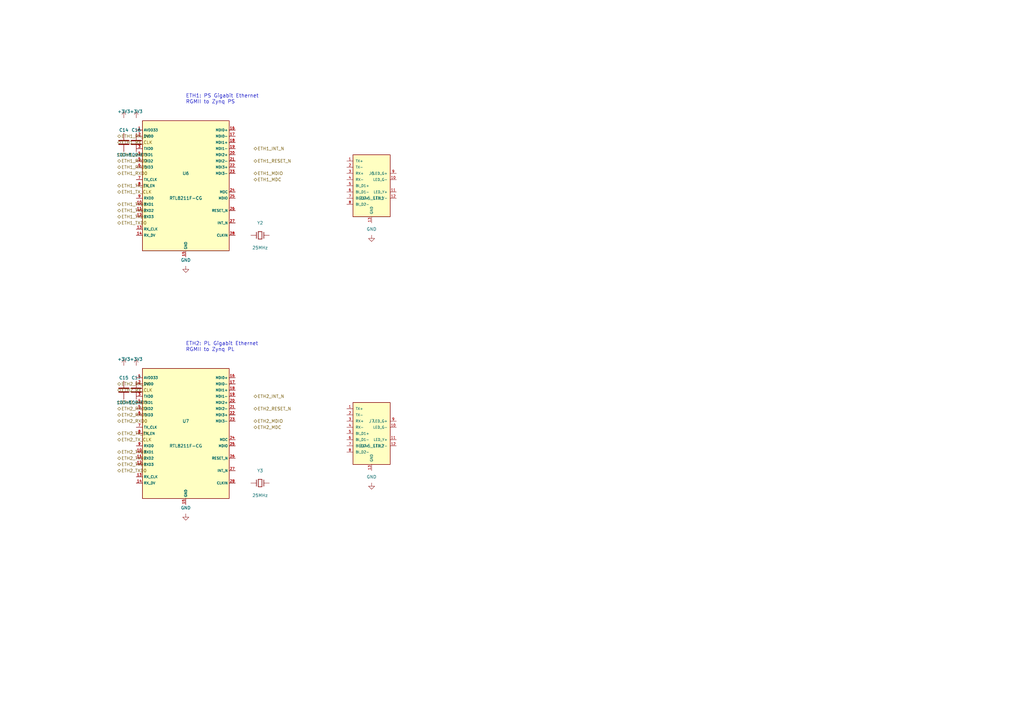
<source format=kicad_sch>
(kicad_sch (version 20250114) (generator "eeschema") (generator_version "9.0")
  (paper "A3")
  (title_block (title "Gigabit Ethernet Subsystem") (date "2024-12-11") (rev "1.0") (company "fcBoard Project") (comment 1 "Dual RTL8211F-CG Gigabit Ethernet PHY") (comment 2 "RGMII Interface - Embedded Symbols"))
  (lib_symbols
    (symbol "fcBoard_ETH:+3V3" (power) (pin_numbers (hide yes)) (pin_names (offset 0) (hide yes))
      (property "Value" "+3V3" (at 0 3.81 0))
      (symbol "+3V3_0_1"
        (polyline (pts (xy -0.762 1.27) (xy 0 2.54)))
        (polyline (pts (xy 0 2.54) (xy 0.762 1.27)))
        (polyline (pts (xy 0 0) (xy 0 2.54)))
      )
      (symbol "+3V3_1_1"
        (pin power_in line (at 0 0 90) (length 0) (name "~") (number "1"))
      )
    )
    (symbol "fcBoard_ETH:C" (pin_numbers (hide yes)) (pin_names (offset 0.254))
      (property "Reference" "C" (at 0.635 2.54 0))
      (property "Value" "C" (at 0.635 -2.54 0))
      (symbol "C_0_1"
        (polyline (pts (xy -2.032 0.762) (xy 2.032 0.762)) (stroke (width 0.508)))
        (polyline (pts (xy -2.032 -0.762) (xy 2.032 -0.762)) (stroke (width 0.508)))
      )
      (symbol "C_1_1"
        (pin passive line (at 0 3.81 270) (length 2.794) (name "~") (number "1"))
        (pin passive line (at 0 -3.81 90) (length 2.794) (name "~") (number "2"))
      )
    )
    (symbol "fcBoard_ETH:Crystal" (pin_numbers (hide yes)) (pin_names (offset 1.016) (hide yes))
      (property "Reference" "Y" (at 0 3.81 0))
      (property "Value" "Crystal" (at 0 -3.81 0))
      (symbol "Crystal_0_1"
        (polyline (pts (xy -1.524 -1.27) (xy -1.524 1.27)) (stroke (width 0.254)))
        (rectangle (start -0.762 -1.524) (end 0.762 1.524) (stroke (width 0.254)))
        (polyline (pts (xy 1.524 -1.27) (xy 1.524 1.27)) (stroke (width 0.254)))
      )
      (symbol "Crystal_1_1"
        (pin passive line (at -3.81 0 0) (length 2.286) (name "1") (number "1"))
        (pin passive line (at 3.81 0 180) (length 2.286) (name "2") (number "2"))
      )
    )
    (symbol "fcBoard_ETH:GND" (power) (pin_numbers (hide yes)) (pin_names (offset 0) (hide yes))
      (property "Value" "GND" (at 0 -2.54 0))
      (symbol "GND_0_1"
        (polyline (pts (xy 0 0) (xy 0 -1.27) (xy 1.27 -1.27) (xy 0 -2.54) (xy -1.27 -1.27) (xy 0 -1.27)))
      )
      (symbol "GND_1_1"
        (pin power_in line (at 0 0 270) (length 0) (name "~") (number "1"))
      )
    )
    (symbol "fcBoard_ETH:R" (pin_numbers (hide yes)) (pin_names (offset 0))
      (property "Reference" "R" (at 2.032 0 90))
      (property "Value" "R" (at 0 0 90))
      (symbol "R_0_1"
        (rectangle (start -1.016 -2.54) (end 1.016 2.54) (stroke (width 0.254)))
      )
      (symbol "R_1_1"
        (pin passive line (at 0 5.08 270) (length 2.54) (name "~") (number "1"))
        (pin passive line (at 0 -5.08 90) (length 2.54) (name "~") (number "2"))
      )
    )
    (symbol "fcBoard_ETH:RJ45_Magjack" (pin_names (offset 1.016))
      (property "Reference" "J" (at 0 15.24 0))
      (property "Value" "RJ45_Magjack" (at 0 -15.24 0))
      (symbol "RJ45_Magjack_0_1"
        (rectangle (start -7.62 12.7) (end 7.62 -12.7) (stroke (width 0.254)) (fill (type background)))
      )
      (symbol "RJ45_Magjack_1_1"
        (pin bidirectional line (at -10.16 10.16 0) (length 2.54) (name "TX+") (number "1"))
        (pin bidirectional line (at -10.16 7.62 0) (length 2.54) (name "TX-") (number "2"))
        (pin bidirectional line (at -10.16 5.08 0) (length 2.54) (name "RX+") (number "3"))
        (pin bidirectional line (at -10.16 2.54 0) (length 2.54) (name "RX-") (number "4"))
        (pin bidirectional line (at -10.16 0 0) (length 2.54) (name "BI_D1+") (number "5"))
        (pin bidirectional line (at -10.16 -2.54 0) (length 2.54) (name "BI_D1-") (number "6"))
        (pin bidirectional line (at -10.16 -5.08 0) (length 2.54) (name "BI_D2+") (number "7"))
        (pin bidirectional line (at -10.16 -7.62 0) (length 2.54) (name "BI_D2-") (number "8"))
        (pin power_in line (at 0 -15.24 90) (length 2.54) (name "GND") (number "13"))
        (pin output line (at 10.16 5.08 180) (length 2.54) (name "LED_G+") (number "9"))
        (pin output line (at 10.16 2.54 180) (length 2.54) (name "LED_G-") (number "10"))
        (pin output line (at 10.16 -2.54 180) (length 2.54) (name "LED_Y+") (number "11"))
        (pin output line (at 10.16 -5.08 180) (length 2.54) (name "LED_Y-") (number "12"))
      )
    )
    (symbol "fcBoard_ETH:RTL8211F"
      (property "Reference" "U" (at 0 30.48 0))
      (property "Value" "RTL8211F-CG" (at 0 27.94 0))
      (symbol "RTL8211F_0_1"
        (rectangle (start -17.78 26.67) (end 17.78 -26.67) (stroke (width 0.254)) (fill (type background)))
      )
      (symbol "RTL8211F_1_1"
        (pin power_in line (at -20.32 22.86 0) (length 2.54) (name "AVDD33") (number "1"))
        (pin power_in line (at -20.32 20.32 0) (length 2.54) (name "DVDD") (number "2"))
        (pin bidirectional line (at -20.32 15.24 0) (length 2.54) (name "TXD0") (number "3"))
        (pin bidirectional line (at -20.32 12.7 0) (length 2.54) (name "TXD1") (number "4"))
        (pin bidirectional line (at -20.32 10.16 0) (length 2.54) (name "TXD2") (number "5"))
        (pin bidirectional line (at -20.32 7.62 0) (length 2.54) (name "TXD3") (number "6"))
        (pin input line (at -20.32 2.54 0) (length 2.54) (name "TX_CLK") (number "7"))
        (pin input line (at -20.32 0 0) (length 2.54) (name "TX_EN") (number "8"))
        (pin bidirectional line (at -20.32 -5.08 0) (length 2.54) (name "RXD0") (number "9"))
        (pin bidirectional line (at -20.32 -7.62 0) (length 2.54) (name "RXD1") (number "10"))
        (pin bidirectional line (at -20.32 -10.16 0) (length 2.54) (name "RXD2") (number "11"))
        (pin bidirectional line (at -20.32 -12.7 0) (length 2.54) (name "RXD3") (number "12"))
        (pin output line (at -20.32 -17.78 0) (length 2.54) (name "RX_CLK") (number "13"))
        (pin output line (at -20.32 -20.32 0) (length 2.54) (name "RX_DV") (number "14"))
        (pin power_in line (at 0 -29.21 90) (length 2.54) (name "GND") (number "15"))
        (pin bidirectional line (at 20.32 22.86 180) (length 2.54) (name "MDI0+") (number "16"))
        (pin bidirectional line (at 20.32 20.32 180) (length 2.54) (name "MDI0-") (number "17"))
        (pin bidirectional line (at 20.32 17.78 180) (length 2.54) (name "MDI1+") (number "18"))
        (pin bidirectional line (at 20.32 15.24 180) (length 2.54) (name "MDI1-") (number "19"))
        (pin bidirectional line (at 20.32 12.7 180) (length 2.54) (name "MDI2+") (number "20"))
        (pin bidirectional line (at 20.32 10.16 180) (length 2.54) (name "MDI2-") (number "21"))
        (pin bidirectional line (at 20.32 7.62 180) (length 2.54) (name "MDI3+") (number "22"))
        (pin bidirectional line (at 20.32 5.08 180) (length 2.54) (name "MDI3-") (number "23"))
        (pin bidirectional line (at 20.32 -2.54 180) (length 2.54) (name "MDC") (number "24"))
        (pin bidirectional line (at 20.32 -5.08 180) (length 2.54) (name "MDIO") (number "25"))
        (pin input line (at 20.32 -10.16 180) (length 2.54) (name "RESET_N") (number "26"))
        (pin output line (at 20.32 -15.24 180) (length 2.54) (name "INT_N") (number "27"))
        (pin input line (at 20.32 -20.32 180) (length 2.54) (name "CLKIN") (number "28"))
      )
    )
  )
  (text "ETH2: PL Gigabit Ethernet\nRGMII to Zynq PL" (at 76.2 142.24 0) (effects (font (size 1.5 1.5)) (justify left)))
  (text "ETH1: PS Gigabit Ethernet\nRGMII to Zynq PS" (at 76.2 40.64 0) (effects (font (size 1.5 1.5)) (justify left)))
  (hierarchical_label "ETH1_TXD2" (shape bidirectional) (at 48.26 86.36 0))
  (hierarchical_label "ETH2_INT_N" (shape bidirectional) (at 104.14 162.56 0))
  (hierarchical_label "ETH2_RESET_N" (shape bidirectional) (at 104.14 167.64 0))
  (hierarchical_label "ETH1_TX_EN" (shape bidirectional) (at 48.26 76.2 0))
  (hierarchical_label "ETH2_RXD1" (shape bidirectional) (at 48.26 170.18 0))
  (hierarchical_label "ETH1_RXD1" (shape bidirectional) (at 48.26 68.58 0))
  (hierarchical_label "ETH1_MDIO" (shape bidirectional) (at 104.14 71.12 0))
  (hierarchical_label "ETH1_RXD2" (shape bidirectional) (at 48.26 66.04 0))
  (hierarchical_label "ETH1_TXD1" (shape bidirectional) (at 48.26 88.9 0))
  (hierarchical_label "ETH1_RX_CLK" (shape bidirectional) (at 48.26 58.42 0))
  (hierarchical_label "ETH2_TXD2" (shape bidirectional) (at 48.26 187.96 0))
  (hierarchical_label "ETH2_TX_EN" (shape bidirectional) (at 48.26 177.8 0))
  (hierarchical_label "ETH2_RX_DV" (shape bidirectional) (at 48.26 157.48 0))
  (hierarchical_label "ETH2_RX_CLK" (shape bidirectional) (at 48.26 160.02 0))
  (hierarchical_label "ETH1_RESET_N" (shape bidirectional) (at 104.14 66.04 0))
  (hierarchical_label "ETH2_RXD3" (shape bidirectional) (at 48.26 165.1 0))
  (hierarchical_label "ETH2_TXD1" (shape bidirectional) (at 48.26 190.5 0))
  (hierarchical_label "ETH2_TX_CLK" (shape bidirectional) (at 48.26 180.34 0))
  (hierarchical_label "ETH1_INT_N" (shape bidirectional) (at 104.14 60.96 0))
  (hierarchical_label "ETH1_TXD0" (shape bidirectional) (at 48.26 91.44 0))
  (hierarchical_label "ETH1_TXD3" (shape bidirectional) (at 48.26 83.82 0))
  (hierarchical_label "ETH1_RXD0" (shape bidirectional) (at 48.26 71.12 0))
  (hierarchical_label "ETH2_RXD2" (shape bidirectional) (at 48.26 167.64 0))
  (hierarchical_label "ETH1_MDC" (shape bidirectional) (at 104.14 73.66 0))
  (hierarchical_label "ETH1_TX_CLK" (shape bidirectional) (at 48.26 78.74 0))
  (hierarchical_label "ETH2_MDIO" (shape bidirectional) (at 104.14 172.72 0))
  (hierarchical_label "ETH2_TXD0" (shape bidirectional) (at 48.26 193.04 0))
  (hierarchical_label "ETH2_RXD0" (shape bidirectional) (at 48.26 172.72 0))
  (hierarchical_label "ETH1_RX_DV" (shape bidirectional) (at 48.26 55.88 0))
  (hierarchical_label "ETH2_TXD3" (shape bidirectional) (at 48.26 185.42 0))
  (hierarchical_label "ETH2_MDC" (shape bidirectional) (at 104.14 175.26 0))
  (hierarchical_label "ETH1_RXD3" (shape bidirectional) (at 48.26 63.5 0))
  (symbol (lib_id "fcBoard_ETH:RJ45_Magjack") (at 152.4 177.8 0) (unit 1)
    (property "Reference" "J7" (at 152.4 172.72 0))
    (property "Value" "RJ45_ETH2" (at 152.4 182.88 0))
    (property "Footprint" "Connector_RJ:RJ45_Amphenol_RJMG1BD3B8K1ANR" (effects (hide yes)))
  )
  (symbol (lib_id "fcBoard_ETH:RTL8211F") (at 76.2 177.8 0) (unit 1)
    (property "Reference" "U7" (at 76.2 172.72 0))
    (property "Value" "RTL8211F-CG" (at 76.2 182.88 0))
    (property "Footprint" "Package_QFP:QFN-48-1EP_6x6mm_P0.4mm" (effects (hide yes)))
  )
  (symbol (lib_id "fcBoard_ETH:GND") (at 152.4 96.52 0) (unit 1) (in_bom no)
    (property "Reference" "#PWR052" (effects (hide yes)))
    (property "Value" "GND" (at 152.4 93.98 0))
  )
  (symbol (lib_id "fcBoard_ETH:C") (at 55.88 58.42 0) (unit 1)
    (property "Reference" "C16" (at 55.88 53.34 0))
    (property "Value" "100nF" (at 55.88 63.5 0))
    (property "Footprint" "jlc_components:C0402" (effects (hide yes)))
    (property "LCSC Part" "C11702" (effects (hide yes)))
  )
  (symbol (lib_id "fcBoard_ETH:C") (at 50.8 58.42 0) (unit 1)
    (property "Reference" "C14" (at 50.8 53.34 0))
    (property "Value" "100nF" (at 50.8 63.5 0))
    (property "Footprint" "jlc_components:C0402" (effects (hide yes)))
    (property "LCSC Part" "C11702" (effects (hide yes)))
  )
  (symbol (lib_id "fcBoard_ETH:RJ45_Magjack") (at 152.4 76.2 0) (unit 1)
    (property "Reference" "J6" (at 152.4 71.12 0))
    (property "Value" "RJ45_ETH1" (at 152.4 81.28 0))
    (property "Footprint" "Connector_RJ:RJ45_Amphenol_RJMG1BD3B8K1ANR" (effects (hide yes)))
  )
  (symbol (lib_id "fcBoard_ETH:GND") (at 76.2 210.82 0) (unit 1) (in_bom no)
    (property "Reference" "#PWR051" (effects (hide yes)))
    (property "Value" "GND" (at 76.2 208.28 0))
  )
  (symbol (lib_id "fcBoard_ETH:GND") (at 76.2 109.22 0) (unit 1) (in_bom no)
    (property "Reference" "#PWR050" (effects (hide yes)))
    (property "Value" "GND" (at 76.2 106.68 0))
  )
  (symbol (lib_id "fcBoard_ETH:+3V3") (at 55.88 48.26 0) (unit 1) (in_bom no)
    (property "Reference" "#PWR048" (effects (hide yes)))
    (property "Value" "+3V3" (at 55.88 45.72 0))
  )
  (symbol (lib_id "fcBoard_ETH:RTL8211F") (at 76.2 76.2 0) (unit 1)
    (property "Reference" "U6" (at 76.2 71.12 0))
    (property "Value" "RTL8211F-CG" (at 76.2 81.28 0))
    (property "Footprint" "Package_QFP:QFN-48-1EP_6x6mm_P0.4mm" (effects (hide yes)))
  )
  (symbol (lib_id "fcBoard_ETH:C") (at 50.8 160.02 0) (unit 1)
    (property "Reference" "C15" (at 50.8 154.94 0))
    (property "Value" "100nF" (at 50.8 165.1 0))
    (property "Footprint" "jlc_components:C0402" (effects (hide yes)))
    (property "LCSC Part" "C11702" (effects (hide yes)))
  )
  (symbol (lib_id "fcBoard_ETH:+3V3") (at 50.8 48.26 0) (unit 1) (in_bom no)
    (property "Reference" "#PWR046" (effects (hide yes)))
    (property "Value" "+3V3" (at 50.8 45.72 0))
  )
  (symbol (lib_id "fcBoard_ETH:+3V3") (at 50.8 149.86 0) (unit 1) (in_bom no)
    (property "Reference" "#PWR047" (effects (hide yes)))
    (property "Value" "+3V3" (at 50.8 147.32 0))
  )
  (symbol (lib_id "fcBoard_ETH:C") (at 55.88 160.02 0) (unit 1)
    (property "Reference" "C17" (at 55.88 154.94 0))
    (property "Value" "100nF" (at 55.88 165.1 0))
    (property "Footprint" "jlc_components:C0402" (effects (hide yes)))
    (property "LCSC Part" "C11702" (effects (hide yes)))
  )
  (symbol (lib_id "fcBoard_ETH:+3V3") (at 55.88 149.86 0) (unit 1) (in_bom no)
    (property "Reference" "#PWR049" (effects (hide yes)))
    (property "Value" "+3V3" (at 55.88 147.32 0))
  )
  (symbol (lib_id "fcBoard_ETH:GND") (at 152.4 198.12 0) (unit 1) (in_bom no)
    (property "Reference" "#PWR053" (effects (hide yes)))
    (property "Value" "GND" (at 152.4 195.58 0))
  )
  (symbol (lib_id "fcBoard_ETH:Crystal") (at 106.68 198.12 0) (unit 1)
    (property "Reference" "Y3" (at 106.68 193.04 0))
    (property "Value" "25MHz" (at 106.68 203.2 0))
    (property "Footprint" "Crystal:Crystal_SMD_3215-2Pin_3.2x1.5mm" (effects (hide yes)))
  )
  (symbol (lib_id "fcBoard_ETH:Crystal") (at 106.68 96.52 0) (unit 1)
    (property "Reference" "Y2" (at 106.68 91.44 0))
    (property "Value" "25MHz" (at 106.68 101.6 0))
    (property "Footprint" "Crystal:Crystal_SMD_3215-2Pin_3.2x1.5mm" (effects (hide yes)))
  )
)
</source>
